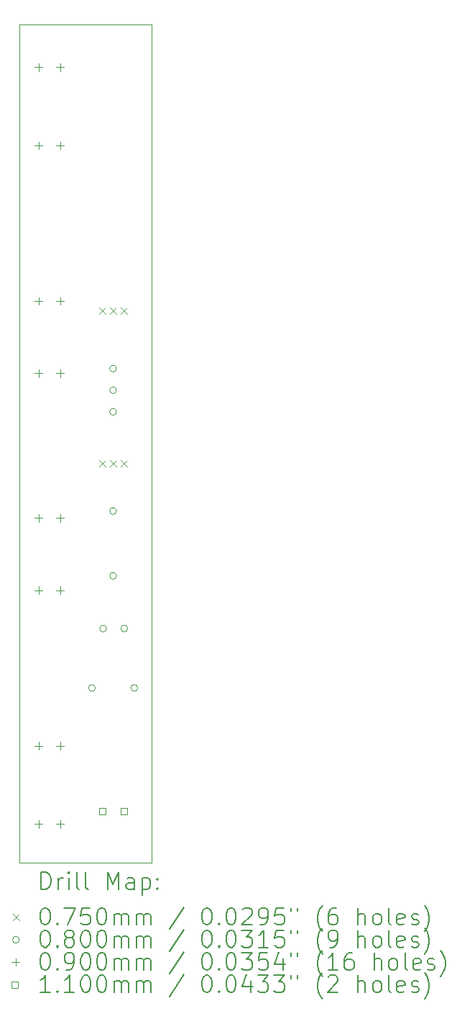
<source format=gbr>
%FSLAX45Y45*%
G04 Gerber Fmt 4.5, Leading zero omitted, Abs format (unit mm)*
G04 Created by KiCad (PCBNEW (6.0.0-rc1-415-g653c7b78d7)) date 2021-12-23 14:24:13*
%MOMM*%
%LPD*%
G01*
G04 APERTURE LIST*
%TA.AperFunction,Profile*%
%ADD10C,0.100000*%
%TD*%
%ADD11C,0.200000*%
%ADD12C,0.075000*%
%ADD13C,0.080000*%
%ADD14C,0.090000*%
%ADD15C,0.110000*%
G04 APERTURE END LIST*
D10*
X13650500Y-13949500D02*
X15200500Y-13949500D01*
X15200500Y-13949500D02*
X15200500Y-4099500D01*
X15200500Y-4099500D02*
X13650500Y-4099500D01*
X13650500Y-4099500D02*
X13650500Y-13949500D01*
D11*
D12*
X14586000Y-7424750D02*
X14661000Y-7499750D01*
X14661000Y-7424750D02*
X14586000Y-7499750D01*
X14586000Y-9224750D02*
X14661000Y-9299750D01*
X14661000Y-9224750D02*
X14586000Y-9299750D01*
X14713000Y-7424750D02*
X14788000Y-7499750D01*
X14788000Y-7424750D02*
X14713000Y-7499750D01*
X14713000Y-9224750D02*
X14788000Y-9299750D01*
X14788000Y-9224750D02*
X14713000Y-9299750D01*
X14840000Y-7424750D02*
X14915000Y-7499750D01*
X14915000Y-7424750D02*
X14840000Y-7499750D01*
X14840000Y-9224750D02*
X14915000Y-9299750D01*
X14915000Y-9224750D02*
X14840000Y-9299750D01*
D13*
X14540500Y-11899500D02*
G75*
G03*
X14540500Y-11899500I-40000J0D01*
G01*
X14672262Y-11199500D02*
G75*
G03*
X14672262Y-11199500I-40000J0D01*
G01*
X14790500Y-8144500D02*
G75*
G03*
X14790500Y-8144500I-40000J0D01*
G01*
X14790500Y-8398500D02*
G75*
G03*
X14790500Y-8398500I-40000J0D01*
G01*
X14790500Y-8652500D02*
G75*
G03*
X14790500Y-8652500I-40000J0D01*
G01*
X14790500Y-9818500D02*
G75*
G03*
X14790500Y-9818500I-40000J0D01*
G01*
X14790500Y-10580500D02*
G75*
G03*
X14790500Y-10580500I-40000J0D01*
G01*
X14922262Y-11199500D02*
G75*
G03*
X14922262Y-11199500I-40000J0D01*
G01*
X15040500Y-11899500D02*
G75*
G03*
X15040500Y-11899500I-40000J0D01*
G01*
D14*
X13873000Y-4554500D02*
X13873000Y-4644500D01*
X13828000Y-4599500D02*
X13918000Y-4599500D01*
X13873000Y-5474500D02*
X13873000Y-5564500D01*
X13828000Y-5519500D02*
X13918000Y-5519500D01*
X13873000Y-7304500D02*
X13873000Y-7394500D01*
X13828000Y-7349500D02*
X13918000Y-7349500D01*
X13873000Y-8154500D02*
X13873000Y-8244500D01*
X13828000Y-8199500D02*
X13918000Y-8199500D01*
X13873000Y-9854500D02*
X13873000Y-9944500D01*
X13828000Y-9899500D02*
X13918000Y-9899500D01*
X13873000Y-10704500D02*
X13873000Y-10794500D01*
X13828000Y-10749500D02*
X13918000Y-10749500D01*
X13873000Y-12534500D02*
X13873000Y-12624500D01*
X13828000Y-12579500D02*
X13918000Y-12579500D01*
X13873000Y-13454500D02*
X13873000Y-13544500D01*
X13828000Y-13499500D02*
X13918000Y-13499500D01*
X14127000Y-4554500D02*
X14127000Y-4644500D01*
X14082000Y-4599500D02*
X14172000Y-4599500D01*
X14127000Y-5474500D02*
X14127000Y-5564500D01*
X14082000Y-5519500D02*
X14172000Y-5519500D01*
X14127000Y-7304500D02*
X14127000Y-7394500D01*
X14082000Y-7349500D02*
X14172000Y-7349500D01*
X14127000Y-8154500D02*
X14127000Y-8244500D01*
X14082000Y-8199500D02*
X14172000Y-8199500D01*
X14127000Y-9854500D02*
X14127000Y-9944500D01*
X14082000Y-9899500D02*
X14172000Y-9899500D01*
X14127000Y-10704500D02*
X14127000Y-10794500D01*
X14082000Y-10749500D02*
X14172000Y-10749500D01*
X14127000Y-12534500D02*
X14127000Y-12624500D01*
X14082000Y-12579500D02*
X14172000Y-12579500D01*
X14127000Y-13454500D02*
X14127000Y-13544500D01*
X14082000Y-13499500D02*
X14172000Y-13499500D01*
D15*
X14662391Y-13388391D02*
X14662391Y-13310609D01*
X14584609Y-13310609D01*
X14584609Y-13388391D01*
X14662391Y-13388391D01*
X14916391Y-13388391D02*
X14916391Y-13310609D01*
X14838609Y-13310609D01*
X14838609Y-13388391D01*
X14916391Y-13388391D01*
D11*
X13903119Y-14264976D02*
X13903119Y-14064976D01*
X13950738Y-14064976D01*
X13979309Y-14074500D01*
X13998357Y-14093548D01*
X14007881Y-14112595D01*
X14017405Y-14150690D01*
X14017405Y-14179262D01*
X14007881Y-14217357D01*
X13998357Y-14236405D01*
X13979309Y-14255452D01*
X13950738Y-14264976D01*
X13903119Y-14264976D01*
X14103119Y-14264976D02*
X14103119Y-14131643D01*
X14103119Y-14169738D02*
X14112643Y-14150690D01*
X14122167Y-14141167D01*
X14141214Y-14131643D01*
X14160262Y-14131643D01*
X14226928Y-14264976D02*
X14226928Y-14131643D01*
X14226928Y-14064976D02*
X14217405Y-14074500D01*
X14226928Y-14084024D01*
X14236452Y-14074500D01*
X14226928Y-14064976D01*
X14226928Y-14084024D01*
X14350738Y-14264976D02*
X14331690Y-14255452D01*
X14322167Y-14236405D01*
X14322167Y-14064976D01*
X14455500Y-14264976D02*
X14436452Y-14255452D01*
X14426928Y-14236405D01*
X14426928Y-14064976D01*
X14684071Y-14264976D02*
X14684071Y-14064976D01*
X14750738Y-14207833D01*
X14817405Y-14064976D01*
X14817405Y-14264976D01*
X14998357Y-14264976D02*
X14998357Y-14160214D01*
X14988833Y-14141167D01*
X14969786Y-14131643D01*
X14931690Y-14131643D01*
X14912643Y-14141167D01*
X14998357Y-14255452D02*
X14979309Y-14264976D01*
X14931690Y-14264976D01*
X14912643Y-14255452D01*
X14903119Y-14236405D01*
X14903119Y-14217357D01*
X14912643Y-14198309D01*
X14931690Y-14188786D01*
X14979309Y-14188786D01*
X14998357Y-14179262D01*
X15093595Y-14131643D02*
X15093595Y-14331643D01*
X15093595Y-14141167D02*
X15112643Y-14131643D01*
X15150738Y-14131643D01*
X15169786Y-14141167D01*
X15179309Y-14150690D01*
X15188833Y-14169738D01*
X15188833Y-14226881D01*
X15179309Y-14245928D01*
X15169786Y-14255452D01*
X15150738Y-14264976D01*
X15112643Y-14264976D01*
X15093595Y-14255452D01*
X15274548Y-14245928D02*
X15284071Y-14255452D01*
X15274548Y-14264976D01*
X15265024Y-14255452D01*
X15274548Y-14245928D01*
X15274548Y-14264976D01*
X15274548Y-14141167D02*
X15284071Y-14150690D01*
X15274548Y-14160214D01*
X15265024Y-14150690D01*
X15274548Y-14141167D01*
X15274548Y-14160214D01*
D12*
X13570500Y-14557000D02*
X13645500Y-14632000D01*
X13645500Y-14557000D02*
X13570500Y-14632000D01*
D11*
X13941214Y-14484976D02*
X13960262Y-14484976D01*
X13979309Y-14494500D01*
X13988833Y-14504024D01*
X13998357Y-14523071D01*
X14007881Y-14561167D01*
X14007881Y-14608786D01*
X13998357Y-14646881D01*
X13988833Y-14665928D01*
X13979309Y-14675452D01*
X13960262Y-14684976D01*
X13941214Y-14684976D01*
X13922167Y-14675452D01*
X13912643Y-14665928D01*
X13903119Y-14646881D01*
X13893595Y-14608786D01*
X13893595Y-14561167D01*
X13903119Y-14523071D01*
X13912643Y-14504024D01*
X13922167Y-14494500D01*
X13941214Y-14484976D01*
X14093595Y-14665928D02*
X14103119Y-14675452D01*
X14093595Y-14684976D01*
X14084071Y-14675452D01*
X14093595Y-14665928D01*
X14093595Y-14684976D01*
X14169786Y-14484976D02*
X14303119Y-14484976D01*
X14217405Y-14684976D01*
X14474548Y-14484976D02*
X14379309Y-14484976D01*
X14369786Y-14580214D01*
X14379309Y-14570690D01*
X14398357Y-14561167D01*
X14445976Y-14561167D01*
X14465024Y-14570690D01*
X14474548Y-14580214D01*
X14484071Y-14599262D01*
X14484071Y-14646881D01*
X14474548Y-14665928D01*
X14465024Y-14675452D01*
X14445976Y-14684976D01*
X14398357Y-14684976D01*
X14379309Y-14675452D01*
X14369786Y-14665928D01*
X14607881Y-14484976D02*
X14626928Y-14484976D01*
X14645976Y-14494500D01*
X14655500Y-14504024D01*
X14665024Y-14523071D01*
X14674548Y-14561167D01*
X14674548Y-14608786D01*
X14665024Y-14646881D01*
X14655500Y-14665928D01*
X14645976Y-14675452D01*
X14626928Y-14684976D01*
X14607881Y-14684976D01*
X14588833Y-14675452D01*
X14579309Y-14665928D01*
X14569786Y-14646881D01*
X14560262Y-14608786D01*
X14560262Y-14561167D01*
X14569786Y-14523071D01*
X14579309Y-14504024D01*
X14588833Y-14494500D01*
X14607881Y-14484976D01*
X14760262Y-14684976D02*
X14760262Y-14551643D01*
X14760262Y-14570690D02*
X14769786Y-14561167D01*
X14788833Y-14551643D01*
X14817405Y-14551643D01*
X14836452Y-14561167D01*
X14845976Y-14580214D01*
X14845976Y-14684976D01*
X14845976Y-14580214D02*
X14855500Y-14561167D01*
X14874548Y-14551643D01*
X14903119Y-14551643D01*
X14922167Y-14561167D01*
X14931690Y-14580214D01*
X14931690Y-14684976D01*
X15026928Y-14684976D02*
X15026928Y-14551643D01*
X15026928Y-14570690D02*
X15036452Y-14561167D01*
X15055500Y-14551643D01*
X15084071Y-14551643D01*
X15103119Y-14561167D01*
X15112643Y-14580214D01*
X15112643Y-14684976D01*
X15112643Y-14580214D02*
X15122167Y-14561167D01*
X15141214Y-14551643D01*
X15169786Y-14551643D01*
X15188833Y-14561167D01*
X15198357Y-14580214D01*
X15198357Y-14684976D01*
X15588833Y-14475452D02*
X15417405Y-14732595D01*
X15845976Y-14484976D02*
X15865024Y-14484976D01*
X15884071Y-14494500D01*
X15893595Y-14504024D01*
X15903119Y-14523071D01*
X15912643Y-14561167D01*
X15912643Y-14608786D01*
X15903119Y-14646881D01*
X15893595Y-14665928D01*
X15884071Y-14675452D01*
X15865024Y-14684976D01*
X15845976Y-14684976D01*
X15826928Y-14675452D01*
X15817405Y-14665928D01*
X15807881Y-14646881D01*
X15798357Y-14608786D01*
X15798357Y-14561167D01*
X15807881Y-14523071D01*
X15817405Y-14504024D01*
X15826928Y-14494500D01*
X15845976Y-14484976D01*
X15998357Y-14665928D02*
X16007881Y-14675452D01*
X15998357Y-14684976D01*
X15988833Y-14675452D01*
X15998357Y-14665928D01*
X15998357Y-14684976D01*
X16131690Y-14484976D02*
X16150738Y-14484976D01*
X16169786Y-14494500D01*
X16179309Y-14504024D01*
X16188833Y-14523071D01*
X16198357Y-14561167D01*
X16198357Y-14608786D01*
X16188833Y-14646881D01*
X16179309Y-14665928D01*
X16169786Y-14675452D01*
X16150738Y-14684976D01*
X16131690Y-14684976D01*
X16112643Y-14675452D01*
X16103119Y-14665928D01*
X16093595Y-14646881D01*
X16084071Y-14608786D01*
X16084071Y-14561167D01*
X16093595Y-14523071D01*
X16103119Y-14504024D01*
X16112643Y-14494500D01*
X16131690Y-14484976D01*
X16274548Y-14504024D02*
X16284071Y-14494500D01*
X16303119Y-14484976D01*
X16350738Y-14484976D01*
X16369786Y-14494500D01*
X16379309Y-14504024D01*
X16388833Y-14523071D01*
X16388833Y-14542119D01*
X16379309Y-14570690D01*
X16265024Y-14684976D01*
X16388833Y-14684976D01*
X16484071Y-14684976D02*
X16522167Y-14684976D01*
X16541214Y-14675452D01*
X16550738Y-14665928D01*
X16569786Y-14637357D01*
X16579309Y-14599262D01*
X16579309Y-14523071D01*
X16569786Y-14504024D01*
X16560262Y-14494500D01*
X16541214Y-14484976D01*
X16503119Y-14484976D01*
X16484071Y-14494500D01*
X16474548Y-14504024D01*
X16465024Y-14523071D01*
X16465024Y-14570690D01*
X16474548Y-14589738D01*
X16484071Y-14599262D01*
X16503119Y-14608786D01*
X16541214Y-14608786D01*
X16560262Y-14599262D01*
X16569786Y-14589738D01*
X16579309Y-14570690D01*
X16760262Y-14484976D02*
X16665024Y-14484976D01*
X16655500Y-14580214D01*
X16665024Y-14570690D01*
X16684071Y-14561167D01*
X16731690Y-14561167D01*
X16750738Y-14570690D01*
X16760262Y-14580214D01*
X16769786Y-14599262D01*
X16769786Y-14646881D01*
X16760262Y-14665928D01*
X16750738Y-14675452D01*
X16731690Y-14684976D01*
X16684071Y-14684976D01*
X16665024Y-14675452D01*
X16655500Y-14665928D01*
X16845976Y-14484976D02*
X16845976Y-14523071D01*
X16922167Y-14484976D02*
X16922167Y-14523071D01*
X17217405Y-14761167D02*
X17207881Y-14751643D01*
X17188833Y-14723071D01*
X17179310Y-14704024D01*
X17169786Y-14675452D01*
X17160262Y-14627833D01*
X17160262Y-14589738D01*
X17169786Y-14542119D01*
X17179310Y-14513548D01*
X17188833Y-14494500D01*
X17207881Y-14465928D01*
X17217405Y-14456405D01*
X17379310Y-14484976D02*
X17341214Y-14484976D01*
X17322167Y-14494500D01*
X17312643Y-14504024D01*
X17293595Y-14532595D01*
X17284071Y-14570690D01*
X17284071Y-14646881D01*
X17293595Y-14665928D01*
X17303119Y-14675452D01*
X17322167Y-14684976D01*
X17360262Y-14684976D01*
X17379310Y-14675452D01*
X17388833Y-14665928D01*
X17398357Y-14646881D01*
X17398357Y-14599262D01*
X17388833Y-14580214D01*
X17379310Y-14570690D01*
X17360262Y-14561167D01*
X17322167Y-14561167D01*
X17303119Y-14570690D01*
X17293595Y-14580214D01*
X17284071Y-14599262D01*
X17636452Y-14684976D02*
X17636452Y-14484976D01*
X17722167Y-14684976D02*
X17722167Y-14580214D01*
X17712643Y-14561167D01*
X17693595Y-14551643D01*
X17665024Y-14551643D01*
X17645976Y-14561167D01*
X17636452Y-14570690D01*
X17845976Y-14684976D02*
X17826929Y-14675452D01*
X17817405Y-14665928D01*
X17807881Y-14646881D01*
X17807881Y-14589738D01*
X17817405Y-14570690D01*
X17826929Y-14561167D01*
X17845976Y-14551643D01*
X17874548Y-14551643D01*
X17893595Y-14561167D01*
X17903119Y-14570690D01*
X17912643Y-14589738D01*
X17912643Y-14646881D01*
X17903119Y-14665928D01*
X17893595Y-14675452D01*
X17874548Y-14684976D01*
X17845976Y-14684976D01*
X18026929Y-14684976D02*
X18007881Y-14675452D01*
X17998357Y-14656405D01*
X17998357Y-14484976D01*
X18179310Y-14675452D02*
X18160262Y-14684976D01*
X18122167Y-14684976D01*
X18103119Y-14675452D01*
X18093595Y-14656405D01*
X18093595Y-14580214D01*
X18103119Y-14561167D01*
X18122167Y-14551643D01*
X18160262Y-14551643D01*
X18179310Y-14561167D01*
X18188833Y-14580214D01*
X18188833Y-14599262D01*
X18093595Y-14618309D01*
X18265024Y-14675452D02*
X18284071Y-14684976D01*
X18322167Y-14684976D01*
X18341214Y-14675452D01*
X18350738Y-14656405D01*
X18350738Y-14646881D01*
X18341214Y-14627833D01*
X18322167Y-14618309D01*
X18293595Y-14618309D01*
X18274548Y-14608786D01*
X18265024Y-14589738D01*
X18265024Y-14580214D01*
X18274548Y-14561167D01*
X18293595Y-14551643D01*
X18322167Y-14551643D01*
X18341214Y-14561167D01*
X18417405Y-14761167D02*
X18426929Y-14751643D01*
X18445976Y-14723071D01*
X18455500Y-14704024D01*
X18465024Y-14675452D01*
X18474548Y-14627833D01*
X18474548Y-14589738D01*
X18465024Y-14542119D01*
X18455500Y-14513548D01*
X18445976Y-14494500D01*
X18426929Y-14465928D01*
X18417405Y-14456405D01*
D13*
X13645500Y-14858500D02*
G75*
G03*
X13645500Y-14858500I-40000J0D01*
G01*
D11*
X13941214Y-14748976D02*
X13960262Y-14748976D01*
X13979309Y-14758500D01*
X13988833Y-14768024D01*
X13998357Y-14787071D01*
X14007881Y-14825167D01*
X14007881Y-14872786D01*
X13998357Y-14910881D01*
X13988833Y-14929928D01*
X13979309Y-14939452D01*
X13960262Y-14948976D01*
X13941214Y-14948976D01*
X13922167Y-14939452D01*
X13912643Y-14929928D01*
X13903119Y-14910881D01*
X13893595Y-14872786D01*
X13893595Y-14825167D01*
X13903119Y-14787071D01*
X13912643Y-14768024D01*
X13922167Y-14758500D01*
X13941214Y-14748976D01*
X14093595Y-14929928D02*
X14103119Y-14939452D01*
X14093595Y-14948976D01*
X14084071Y-14939452D01*
X14093595Y-14929928D01*
X14093595Y-14948976D01*
X14217405Y-14834690D02*
X14198357Y-14825167D01*
X14188833Y-14815643D01*
X14179309Y-14796595D01*
X14179309Y-14787071D01*
X14188833Y-14768024D01*
X14198357Y-14758500D01*
X14217405Y-14748976D01*
X14255500Y-14748976D01*
X14274548Y-14758500D01*
X14284071Y-14768024D01*
X14293595Y-14787071D01*
X14293595Y-14796595D01*
X14284071Y-14815643D01*
X14274548Y-14825167D01*
X14255500Y-14834690D01*
X14217405Y-14834690D01*
X14198357Y-14844214D01*
X14188833Y-14853738D01*
X14179309Y-14872786D01*
X14179309Y-14910881D01*
X14188833Y-14929928D01*
X14198357Y-14939452D01*
X14217405Y-14948976D01*
X14255500Y-14948976D01*
X14274548Y-14939452D01*
X14284071Y-14929928D01*
X14293595Y-14910881D01*
X14293595Y-14872786D01*
X14284071Y-14853738D01*
X14274548Y-14844214D01*
X14255500Y-14834690D01*
X14417405Y-14748976D02*
X14436452Y-14748976D01*
X14455500Y-14758500D01*
X14465024Y-14768024D01*
X14474548Y-14787071D01*
X14484071Y-14825167D01*
X14484071Y-14872786D01*
X14474548Y-14910881D01*
X14465024Y-14929928D01*
X14455500Y-14939452D01*
X14436452Y-14948976D01*
X14417405Y-14948976D01*
X14398357Y-14939452D01*
X14388833Y-14929928D01*
X14379309Y-14910881D01*
X14369786Y-14872786D01*
X14369786Y-14825167D01*
X14379309Y-14787071D01*
X14388833Y-14768024D01*
X14398357Y-14758500D01*
X14417405Y-14748976D01*
X14607881Y-14748976D02*
X14626928Y-14748976D01*
X14645976Y-14758500D01*
X14655500Y-14768024D01*
X14665024Y-14787071D01*
X14674548Y-14825167D01*
X14674548Y-14872786D01*
X14665024Y-14910881D01*
X14655500Y-14929928D01*
X14645976Y-14939452D01*
X14626928Y-14948976D01*
X14607881Y-14948976D01*
X14588833Y-14939452D01*
X14579309Y-14929928D01*
X14569786Y-14910881D01*
X14560262Y-14872786D01*
X14560262Y-14825167D01*
X14569786Y-14787071D01*
X14579309Y-14768024D01*
X14588833Y-14758500D01*
X14607881Y-14748976D01*
X14760262Y-14948976D02*
X14760262Y-14815643D01*
X14760262Y-14834690D02*
X14769786Y-14825167D01*
X14788833Y-14815643D01*
X14817405Y-14815643D01*
X14836452Y-14825167D01*
X14845976Y-14844214D01*
X14845976Y-14948976D01*
X14845976Y-14844214D02*
X14855500Y-14825167D01*
X14874548Y-14815643D01*
X14903119Y-14815643D01*
X14922167Y-14825167D01*
X14931690Y-14844214D01*
X14931690Y-14948976D01*
X15026928Y-14948976D02*
X15026928Y-14815643D01*
X15026928Y-14834690D02*
X15036452Y-14825167D01*
X15055500Y-14815643D01*
X15084071Y-14815643D01*
X15103119Y-14825167D01*
X15112643Y-14844214D01*
X15112643Y-14948976D01*
X15112643Y-14844214D02*
X15122167Y-14825167D01*
X15141214Y-14815643D01*
X15169786Y-14815643D01*
X15188833Y-14825167D01*
X15198357Y-14844214D01*
X15198357Y-14948976D01*
X15588833Y-14739452D02*
X15417405Y-14996595D01*
X15845976Y-14748976D02*
X15865024Y-14748976D01*
X15884071Y-14758500D01*
X15893595Y-14768024D01*
X15903119Y-14787071D01*
X15912643Y-14825167D01*
X15912643Y-14872786D01*
X15903119Y-14910881D01*
X15893595Y-14929928D01*
X15884071Y-14939452D01*
X15865024Y-14948976D01*
X15845976Y-14948976D01*
X15826928Y-14939452D01*
X15817405Y-14929928D01*
X15807881Y-14910881D01*
X15798357Y-14872786D01*
X15798357Y-14825167D01*
X15807881Y-14787071D01*
X15817405Y-14768024D01*
X15826928Y-14758500D01*
X15845976Y-14748976D01*
X15998357Y-14929928D02*
X16007881Y-14939452D01*
X15998357Y-14948976D01*
X15988833Y-14939452D01*
X15998357Y-14929928D01*
X15998357Y-14948976D01*
X16131690Y-14748976D02*
X16150738Y-14748976D01*
X16169786Y-14758500D01*
X16179309Y-14768024D01*
X16188833Y-14787071D01*
X16198357Y-14825167D01*
X16198357Y-14872786D01*
X16188833Y-14910881D01*
X16179309Y-14929928D01*
X16169786Y-14939452D01*
X16150738Y-14948976D01*
X16131690Y-14948976D01*
X16112643Y-14939452D01*
X16103119Y-14929928D01*
X16093595Y-14910881D01*
X16084071Y-14872786D01*
X16084071Y-14825167D01*
X16093595Y-14787071D01*
X16103119Y-14768024D01*
X16112643Y-14758500D01*
X16131690Y-14748976D01*
X16265024Y-14748976D02*
X16388833Y-14748976D01*
X16322167Y-14825167D01*
X16350738Y-14825167D01*
X16369786Y-14834690D01*
X16379309Y-14844214D01*
X16388833Y-14863262D01*
X16388833Y-14910881D01*
X16379309Y-14929928D01*
X16369786Y-14939452D01*
X16350738Y-14948976D01*
X16293595Y-14948976D01*
X16274548Y-14939452D01*
X16265024Y-14929928D01*
X16579309Y-14948976D02*
X16465024Y-14948976D01*
X16522167Y-14948976D02*
X16522167Y-14748976D01*
X16503119Y-14777548D01*
X16484071Y-14796595D01*
X16465024Y-14806119D01*
X16760262Y-14748976D02*
X16665024Y-14748976D01*
X16655500Y-14844214D01*
X16665024Y-14834690D01*
X16684071Y-14825167D01*
X16731690Y-14825167D01*
X16750738Y-14834690D01*
X16760262Y-14844214D01*
X16769786Y-14863262D01*
X16769786Y-14910881D01*
X16760262Y-14929928D01*
X16750738Y-14939452D01*
X16731690Y-14948976D01*
X16684071Y-14948976D01*
X16665024Y-14939452D01*
X16655500Y-14929928D01*
X16845976Y-14748976D02*
X16845976Y-14787071D01*
X16922167Y-14748976D02*
X16922167Y-14787071D01*
X17217405Y-15025167D02*
X17207881Y-15015643D01*
X17188833Y-14987071D01*
X17179310Y-14968024D01*
X17169786Y-14939452D01*
X17160262Y-14891833D01*
X17160262Y-14853738D01*
X17169786Y-14806119D01*
X17179310Y-14777548D01*
X17188833Y-14758500D01*
X17207881Y-14729928D01*
X17217405Y-14720405D01*
X17303119Y-14948976D02*
X17341214Y-14948976D01*
X17360262Y-14939452D01*
X17369786Y-14929928D01*
X17388833Y-14901357D01*
X17398357Y-14863262D01*
X17398357Y-14787071D01*
X17388833Y-14768024D01*
X17379310Y-14758500D01*
X17360262Y-14748976D01*
X17322167Y-14748976D01*
X17303119Y-14758500D01*
X17293595Y-14768024D01*
X17284071Y-14787071D01*
X17284071Y-14834690D01*
X17293595Y-14853738D01*
X17303119Y-14863262D01*
X17322167Y-14872786D01*
X17360262Y-14872786D01*
X17379310Y-14863262D01*
X17388833Y-14853738D01*
X17398357Y-14834690D01*
X17636452Y-14948976D02*
X17636452Y-14748976D01*
X17722167Y-14948976D02*
X17722167Y-14844214D01*
X17712643Y-14825167D01*
X17693595Y-14815643D01*
X17665024Y-14815643D01*
X17645976Y-14825167D01*
X17636452Y-14834690D01*
X17845976Y-14948976D02*
X17826929Y-14939452D01*
X17817405Y-14929928D01*
X17807881Y-14910881D01*
X17807881Y-14853738D01*
X17817405Y-14834690D01*
X17826929Y-14825167D01*
X17845976Y-14815643D01*
X17874548Y-14815643D01*
X17893595Y-14825167D01*
X17903119Y-14834690D01*
X17912643Y-14853738D01*
X17912643Y-14910881D01*
X17903119Y-14929928D01*
X17893595Y-14939452D01*
X17874548Y-14948976D01*
X17845976Y-14948976D01*
X18026929Y-14948976D02*
X18007881Y-14939452D01*
X17998357Y-14920405D01*
X17998357Y-14748976D01*
X18179310Y-14939452D02*
X18160262Y-14948976D01*
X18122167Y-14948976D01*
X18103119Y-14939452D01*
X18093595Y-14920405D01*
X18093595Y-14844214D01*
X18103119Y-14825167D01*
X18122167Y-14815643D01*
X18160262Y-14815643D01*
X18179310Y-14825167D01*
X18188833Y-14844214D01*
X18188833Y-14863262D01*
X18093595Y-14882309D01*
X18265024Y-14939452D02*
X18284071Y-14948976D01*
X18322167Y-14948976D01*
X18341214Y-14939452D01*
X18350738Y-14920405D01*
X18350738Y-14910881D01*
X18341214Y-14891833D01*
X18322167Y-14882309D01*
X18293595Y-14882309D01*
X18274548Y-14872786D01*
X18265024Y-14853738D01*
X18265024Y-14844214D01*
X18274548Y-14825167D01*
X18293595Y-14815643D01*
X18322167Y-14815643D01*
X18341214Y-14825167D01*
X18417405Y-15025167D02*
X18426929Y-15015643D01*
X18445976Y-14987071D01*
X18455500Y-14968024D01*
X18465024Y-14939452D01*
X18474548Y-14891833D01*
X18474548Y-14853738D01*
X18465024Y-14806119D01*
X18455500Y-14777548D01*
X18445976Y-14758500D01*
X18426929Y-14729928D01*
X18417405Y-14720405D01*
D14*
X13600500Y-15077500D02*
X13600500Y-15167500D01*
X13555500Y-15122500D02*
X13645500Y-15122500D01*
D11*
X13941214Y-15012976D02*
X13960262Y-15012976D01*
X13979309Y-15022500D01*
X13988833Y-15032024D01*
X13998357Y-15051071D01*
X14007881Y-15089167D01*
X14007881Y-15136786D01*
X13998357Y-15174881D01*
X13988833Y-15193928D01*
X13979309Y-15203452D01*
X13960262Y-15212976D01*
X13941214Y-15212976D01*
X13922167Y-15203452D01*
X13912643Y-15193928D01*
X13903119Y-15174881D01*
X13893595Y-15136786D01*
X13893595Y-15089167D01*
X13903119Y-15051071D01*
X13912643Y-15032024D01*
X13922167Y-15022500D01*
X13941214Y-15012976D01*
X14093595Y-15193928D02*
X14103119Y-15203452D01*
X14093595Y-15212976D01*
X14084071Y-15203452D01*
X14093595Y-15193928D01*
X14093595Y-15212976D01*
X14198357Y-15212976D02*
X14236452Y-15212976D01*
X14255500Y-15203452D01*
X14265024Y-15193928D01*
X14284071Y-15165357D01*
X14293595Y-15127262D01*
X14293595Y-15051071D01*
X14284071Y-15032024D01*
X14274548Y-15022500D01*
X14255500Y-15012976D01*
X14217405Y-15012976D01*
X14198357Y-15022500D01*
X14188833Y-15032024D01*
X14179309Y-15051071D01*
X14179309Y-15098690D01*
X14188833Y-15117738D01*
X14198357Y-15127262D01*
X14217405Y-15136786D01*
X14255500Y-15136786D01*
X14274548Y-15127262D01*
X14284071Y-15117738D01*
X14293595Y-15098690D01*
X14417405Y-15012976D02*
X14436452Y-15012976D01*
X14455500Y-15022500D01*
X14465024Y-15032024D01*
X14474548Y-15051071D01*
X14484071Y-15089167D01*
X14484071Y-15136786D01*
X14474548Y-15174881D01*
X14465024Y-15193928D01*
X14455500Y-15203452D01*
X14436452Y-15212976D01*
X14417405Y-15212976D01*
X14398357Y-15203452D01*
X14388833Y-15193928D01*
X14379309Y-15174881D01*
X14369786Y-15136786D01*
X14369786Y-15089167D01*
X14379309Y-15051071D01*
X14388833Y-15032024D01*
X14398357Y-15022500D01*
X14417405Y-15012976D01*
X14607881Y-15012976D02*
X14626928Y-15012976D01*
X14645976Y-15022500D01*
X14655500Y-15032024D01*
X14665024Y-15051071D01*
X14674548Y-15089167D01*
X14674548Y-15136786D01*
X14665024Y-15174881D01*
X14655500Y-15193928D01*
X14645976Y-15203452D01*
X14626928Y-15212976D01*
X14607881Y-15212976D01*
X14588833Y-15203452D01*
X14579309Y-15193928D01*
X14569786Y-15174881D01*
X14560262Y-15136786D01*
X14560262Y-15089167D01*
X14569786Y-15051071D01*
X14579309Y-15032024D01*
X14588833Y-15022500D01*
X14607881Y-15012976D01*
X14760262Y-15212976D02*
X14760262Y-15079643D01*
X14760262Y-15098690D02*
X14769786Y-15089167D01*
X14788833Y-15079643D01*
X14817405Y-15079643D01*
X14836452Y-15089167D01*
X14845976Y-15108214D01*
X14845976Y-15212976D01*
X14845976Y-15108214D02*
X14855500Y-15089167D01*
X14874548Y-15079643D01*
X14903119Y-15079643D01*
X14922167Y-15089167D01*
X14931690Y-15108214D01*
X14931690Y-15212976D01*
X15026928Y-15212976D02*
X15026928Y-15079643D01*
X15026928Y-15098690D02*
X15036452Y-15089167D01*
X15055500Y-15079643D01*
X15084071Y-15079643D01*
X15103119Y-15089167D01*
X15112643Y-15108214D01*
X15112643Y-15212976D01*
X15112643Y-15108214D02*
X15122167Y-15089167D01*
X15141214Y-15079643D01*
X15169786Y-15079643D01*
X15188833Y-15089167D01*
X15198357Y-15108214D01*
X15198357Y-15212976D01*
X15588833Y-15003452D02*
X15417405Y-15260595D01*
X15845976Y-15012976D02*
X15865024Y-15012976D01*
X15884071Y-15022500D01*
X15893595Y-15032024D01*
X15903119Y-15051071D01*
X15912643Y-15089167D01*
X15912643Y-15136786D01*
X15903119Y-15174881D01*
X15893595Y-15193928D01*
X15884071Y-15203452D01*
X15865024Y-15212976D01*
X15845976Y-15212976D01*
X15826928Y-15203452D01*
X15817405Y-15193928D01*
X15807881Y-15174881D01*
X15798357Y-15136786D01*
X15798357Y-15089167D01*
X15807881Y-15051071D01*
X15817405Y-15032024D01*
X15826928Y-15022500D01*
X15845976Y-15012976D01*
X15998357Y-15193928D02*
X16007881Y-15203452D01*
X15998357Y-15212976D01*
X15988833Y-15203452D01*
X15998357Y-15193928D01*
X15998357Y-15212976D01*
X16131690Y-15012976D02*
X16150738Y-15012976D01*
X16169786Y-15022500D01*
X16179309Y-15032024D01*
X16188833Y-15051071D01*
X16198357Y-15089167D01*
X16198357Y-15136786D01*
X16188833Y-15174881D01*
X16179309Y-15193928D01*
X16169786Y-15203452D01*
X16150738Y-15212976D01*
X16131690Y-15212976D01*
X16112643Y-15203452D01*
X16103119Y-15193928D01*
X16093595Y-15174881D01*
X16084071Y-15136786D01*
X16084071Y-15089167D01*
X16093595Y-15051071D01*
X16103119Y-15032024D01*
X16112643Y-15022500D01*
X16131690Y-15012976D01*
X16265024Y-15012976D02*
X16388833Y-15012976D01*
X16322167Y-15089167D01*
X16350738Y-15089167D01*
X16369786Y-15098690D01*
X16379309Y-15108214D01*
X16388833Y-15127262D01*
X16388833Y-15174881D01*
X16379309Y-15193928D01*
X16369786Y-15203452D01*
X16350738Y-15212976D01*
X16293595Y-15212976D01*
X16274548Y-15203452D01*
X16265024Y-15193928D01*
X16569786Y-15012976D02*
X16474548Y-15012976D01*
X16465024Y-15108214D01*
X16474548Y-15098690D01*
X16493595Y-15089167D01*
X16541214Y-15089167D01*
X16560262Y-15098690D01*
X16569786Y-15108214D01*
X16579309Y-15127262D01*
X16579309Y-15174881D01*
X16569786Y-15193928D01*
X16560262Y-15203452D01*
X16541214Y-15212976D01*
X16493595Y-15212976D01*
X16474548Y-15203452D01*
X16465024Y-15193928D01*
X16750738Y-15079643D02*
X16750738Y-15212976D01*
X16703119Y-15003452D02*
X16655500Y-15146309D01*
X16779310Y-15146309D01*
X16845976Y-15012976D02*
X16845976Y-15051071D01*
X16922167Y-15012976D02*
X16922167Y-15051071D01*
X17217405Y-15289167D02*
X17207881Y-15279643D01*
X17188833Y-15251071D01*
X17179310Y-15232024D01*
X17169786Y-15203452D01*
X17160262Y-15155833D01*
X17160262Y-15117738D01*
X17169786Y-15070119D01*
X17179310Y-15041548D01*
X17188833Y-15022500D01*
X17207881Y-14993928D01*
X17217405Y-14984405D01*
X17398357Y-15212976D02*
X17284071Y-15212976D01*
X17341214Y-15212976D02*
X17341214Y-15012976D01*
X17322167Y-15041548D01*
X17303119Y-15060595D01*
X17284071Y-15070119D01*
X17569786Y-15012976D02*
X17531690Y-15012976D01*
X17512643Y-15022500D01*
X17503119Y-15032024D01*
X17484071Y-15060595D01*
X17474548Y-15098690D01*
X17474548Y-15174881D01*
X17484071Y-15193928D01*
X17493595Y-15203452D01*
X17512643Y-15212976D01*
X17550738Y-15212976D01*
X17569786Y-15203452D01*
X17579310Y-15193928D01*
X17588833Y-15174881D01*
X17588833Y-15127262D01*
X17579310Y-15108214D01*
X17569786Y-15098690D01*
X17550738Y-15089167D01*
X17512643Y-15089167D01*
X17493595Y-15098690D01*
X17484071Y-15108214D01*
X17474548Y-15127262D01*
X17826929Y-15212976D02*
X17826929Y-15012976D01*
X17912643Y-15212976D02*
X17912643Y-15108214D01*
X17903119Y-15089167D01*
X17884071Y-15079643D01*
X17855500Y-15079643D01*
X17836452Y-15089167D01*
X17826929Y-15098690D01*
X18036452Y-15212976D02*
X18017405Y-15203452D01*
X18007881Y-15193928D01*
X17998357Y-15174881D01*
X17998357Y-15117738D01*
X18007881Y-15098690D01*
X18017405Y-15089167D01*
X18036452Y-15079643D01*
X18065024Y-15079643D01*
X18084071Y-15089167D01*
X18093595Y-15098690D01*
X18103119Y-15117738D01*
X18103119Y-15174881D01*
X18093595Y-15193928D01*
X18084071Y-15203452D01*
X18065024Y-15212976D01*
X18036452Y-15212976D01*
X18217405Y-15212976D02*
X18198357Y-15203452D01*
X18188833Y-15184405D01*
X18188833Y-15012976D01*
X18369786Y-15203452D02*
X18350738Y-15212976D01*
X18312643Y-15212976D01*
X18293595Y-15203452D01*
X18284071Y-15184405D01*
X18284071Y-15108214D01*
X18293595Y-15089167D01*
X18312643Y-15079643D01*
X18350738Y-15079643D01*
X18369786Y-15089167D01*
X18379310Y-15108214D01*
X18379310Y-15127262D01*
X18284071Y-15146309D01*
X18455500Y-15203452D02*
X18474548Y-15212976D01*
X18512643Y-15212976D01*
X18531690Y-15203452D01*
X18541214Y-15184405D01*
X18541214Y-15174881D01*
X18531690Y-15155833D01*
X18512643Y-15146309D01*
X18484071Y-15146309D01*
X18465024Y-15136786D01*
X18455500Y-15117738D01*
X18455500Y-15108214D01*
X18465024Y-15089167D01*
X18484071Y-15079643D01*
X18512643Y-15079643D01*
X18531690Y-15089167D01*
X18607881Y-15289167D02*
X18617405Y-15279643D01*
X18636452Y-15251071D01*
X18645976Y-15232024D01*
X18655500Y-15203452D01*
X18665024Y-15155833D01*
X18665024Y-15117738D01*
X18655500Y-15070119D01*
X18645976Y-15041548D01*
X18636452Y-15022500D01*
X18617405Y-14993928D01*
X18607881Y-14984405D01*
D15*
X13629391Y-15425391D02*
X13629391Y-15347609D01*
X13551609Y-15347609D01*
X13551609Y-15425391D01*
X13629391Y-15425391D01*
D11*
X14007881Y-15476976D02*
X13893595Y-15476976D01*
X13950738Y-15476976D02*
X13950738Y-15276976D01*
X13931690Y-15305548D01*
X13912643Y-15324595D01*
X13893595Y-15334119D01*
X14093595Y-15457928D02*
X14103119Y-15467452D01*
X14093595Y-15476976D01*
X14084071Y-15467452D01*
X14093595Y-15457928D01*
X14093595Y-15476976D01*
X14293595Y-15476976D02*
X14179309Y-15476976D01*
X14236452Y-15476976D02*
X14236452Y-15276976D01*
X14217405Y-15305548D01*
X14198357Y-15324595D01*
X14179309Y-15334119D01*
X14417405Y-15276976D02*
X14436452Y-15276976D01*
X14455500Y-15286500D01*
X14465024Y-15296024D01*
X14474548Y-15315071D01*
X14484071Y-15353167D01*
X14484071Y-15400786D01*
X14474548Y-15438881D01*
X14465024Y-15457928D01*
X14455500Y-15467452D01*
X14436452Y-15476976D01*
X14417405Y-15476976D01*
X14398357Y-15467452D01*
X14388833Y-15457928D01*
X14379309Y-15438881D01*
X14369786Y-15400786D01*
X14369786Y-15353167D01*
X14379309Y-15315071D01*
X14388833Y-15296024D01*
X14398357Y-15286500D01*
X14417405Y-15276976D01*
X14607881Y-15276976D02*
X14626928Y-15276976D01*
X14645976Y-15286500D01*
X14655500Y-15296024D01*
X14665024Y-15315071D01*
X14674548Y-15353167D01*
X14674548Y-15400786D01*
X14665024Y-15438881D01*
X14655500Y-15457928D01*
X14645976Y-15467452D01*
X14626928Y-15476976D01*
X14607881Y-15476976D01*
X14588833Y-15467452D01*
X14579309Y-15457928D01*
X14569786Y-15438881D01*
X14560262Y-15400786D01*
X14560262Y-15353167D01*
X14569786Y-15315071D01*
X14579309Y-15296024D01*
X14588833Y-15286500D01*
X14607881Y-15276976D01*
X14760262Y-15476976D02*
X14760262Y-15343643D01*
X14760262Y-15362690D02*
X14769786Y-15353167D01*
X14788833Y-15343643D01*
X14817405Y-15343643D01*
X14836452Y-15353167D01*
X14845976Y-15372214D01*
X14845976Y-15476976D01*
X14845976Y-15372214D02*
X14855500Y-15353167D01*
X14874548Y-15343643D01*
X14903119Y-15343643D01*
X14922167Y-15353167D01*
X14931690Y-15372214D01*
X14931690Y-15476976D01*
X15026928Y-15476976D02*
X15026928Y-15343643D01*
X15026928Y-15362690D02*
X15036452Y-15353167D01*
X15055500Y-15343643D01*
X15084071Y-15343643D01*
X15103119Y-15353167D01*
X15112643Y-15372214D01*
X15112643Y-15476976D01*
X15112643Y-15372214D02*
X15122167Y-15353167D01*
X15141214Y-15343643D01*
X15169786Y-15343643D01*
X15188833Y-15353167D01*
X15198357Y-15372214D01*
X15198357Y-15476976D01*
X15588833Y-15267452D02*
X15417405Y-15524595D01*
X15845976Y-15276976D02*
X15865024Y-15276976D01*
X15884071Y-15286500D01*
X15893595Y-15296024D01*
X15903119Y-15315071D01*
X15912643Y-15353167D01*
X15912643Y-15400786D01*
X15903119Y-15438881D01*
X15893595Y-15457928D01*
X15884071Y-15467452D01*
X15865024Y-15476976D01*
X15845976Y-15476976D01*
X15826928Y-15467452D01*
X15817405Y-15457928D01*
X15807881Y-15438881D01*
X15798357Y-15400786D01*
X15798357Y-15353167D01*
X15807881Y-15315071D01*
X15817405Y-15296024D01*
X15826928Y-15286500D01*
X15845976Y-15276976D01*
X15998357Y-15457928D02*
X16007881Y-15467452D01*
X15998357Y-15476976D01*
X15988833Y-15467452D01*
X15998357Y-15457928D01*
X15998357Y-15476976D01*
X16131690Y-15276976D02*
X16150738Y-15276976D01*
X16169786Y-15286500D01*
X16179309Y-15296024D01*
X16188833Y-15315071D01*
X16198357Y-15353167D01*
X16198357Y-15400786D01*
X16188833Y-15438881D01*
X16179309Y-15457928D01*
X16169786Y-15467452D01*
X16150738Y-15476976D01*
X16131690Y-15476976D01*
X16112643Y-15467452D01*
X16103119Y-15457928D01*
X16093595Y-15438881D01*
X16084071Y-15400786D01*
X16084071Y-15353167D01*
X16093595Y-15315071D01*
X16103119Y-15296024D01*
X16112643Y-15286500D01*
X16131690Y-15276976D01*
X16369786Y-15343643D02*
X16369786Y-15476976D01*
X16322167Y-15267452D02*
X16274548Y-15410309D01*
X16398357Y-15410309D01*
X16455500Y-15276976D02*
X16579309Y-15276976D01*
X16512643Y-15353167D01*
X16541214Y-15353167D01*
X16560262Y-15362690D01*
X16569786Y-15372214D01*
X16579309Y-15391262D01*
X16579309Y-15438881D01*
X16569786Y-15457928D01*
X16560262Y-15467452D01*
X16541214Y-15476976D01*
X16484071Y-15476976D01*
X16465024Y-15467452D01*
X16455500Y-15457928D01*
X16645976Y-15276976D02*
X16769786Y-15276976D01*
X16703119Y-15353167D01*
X16731690Y-15353167D01*
X16750738Y-15362690D01*
X16760262Y-15372214D01*
X16769786Y-15391262D01*
X16769786Y-15438881D01*
X16760262Y-15457928D01*
X16750738Y-15467452D01*
X16731690Y-15476976D01*
X16674548Y-15476976D01*
X16655500Y-15467452D01*
X16645976Y-15457928D01*
X16845976Y-15276976D02*
X16845976Y-15315071D01*
X16922167Y-15276976D02*
X16922167Y-15315071D01*
X17217405Y-15553167D02*
X17207881Y-15543643D01*
X17188833Y-15515071D01*
X17179310Y-15496024D01*
X17169786Y-15467452D01*
X17160262Y-15419833D01*
X17160262Y-15381738D01*
X17169786Y-15334119D01*
X17179310Y-15305548D01*
X17188833Y-15286500D01*
X17207881Y-15257928D01*
X17217405Y-15248405D01*
X17284071Y-15296024D02*
X17293595Y-15286500D01*
X17312643Y-15276976D01*
X17360262Y-15276976D01*
X17379310Y-15286500D01*
X17388833Y-15296024D01*
X17398357Y-15315071D01*
X17398357Y-15334119D01*
X17388833Y-15362690D01*
X17274548Y-15476976D01*
X17398357Y-15476976D01*
X17636452Y-15476976D02*
X17636452Y-15276976D01*
X17722167Y-15476976D02*
X17722167Y-15372214D01*
X17712643Y-15353167D01*
X17693595Y-15343643D01*
X17665024Y-15343643D01*
X17645976Y-15353167D01*
X17636452Y-15362690D01*
X17845976Y-15476976D02*
X17826929Y-15467452D01*
X17817405Y-15457928D01*
X17807881Y-15438881D01*
X17807881Y-15381738D01*
X17817405Y-15362690D01*
X17826929Y-15353167D01*
X17845976Y-15343643D01*
X17874548Y-15343643D01*
X17893595Y-15353167D01*
X17903119Y-15362690D01*
X17912643Y-15381738D01*
X17912643Y-15438881D01*
X17903119Y-15457928D01*
X17893595Y-15467452D01*
X17874548Y-15476976D01*
X17845976Y-15476976D01*
X18026929Y-15476976D02*
X18007881Y-15467452D01*
X17998357Y-15448405D01*
X17998357Y-15276976D01*
X18179310Y-15467452D02*
X18160262Y-15476976D01*
X18122167Y-15476976D01*
X18103119Y-15467452D01*
X18093595Y-15448405D01*
X18093595Y-15372214D01*
X18103119Y-15353167D01*
X18122167Y-15343643D01*
X18160262Y-15343643D01*
X18179310Y-15353167D01*
X18188833Y-15372214D01*
X18188833Y-15391262D01*
X18093595Y-15410309D01*
X18265024Y-15467452D02*
X18284071Y-15476976D01*
X18322167Y-15476976D01*
X18341214Y-15467452D01*
X18350738Y-15448405D01*
X18350738Y-15438881D01*
X18341214Y-15419833D01*
X18322167Y-15410309D01*
X18293595Y-15410309D01*
X18274548Y-15400786D01*
X18265024Y-15381738D01*
X18265024Y-15372214D01*
X18274548Y-15353167D01*
X18293595Y-15343643D01*
X18322167Y-15343643D01*
X18341214Y-15353167D01*
X18417405Y-15553167D02*
X18426929Y-15543643D01*
X18445976Y-15515071D01*
X18455500Y-15496024D01*
X18465024Y-15467452D01*
X18474548Y-15419833D01*
X18474548Y-15381738D01*
X18465024Y-15334119D01*
X18455500Y-15305548D01*
X18445976Y-15286500D01*
X18426929Y-15257928D01*
X18417405Y-15248405D01*
M02*

</source>
